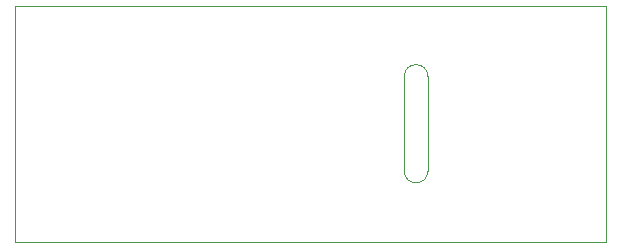
<source format=gm1>
G04 #@! TF.GenerationSoftware,KiCad,Pcbnew,(5.1.6)-1*
G04 #@! TF.CreationDate,2020-09-01T22:28:32+02:00*
G04 #@! TF.ProjectId,UtU,5574552e-6b69-4636-9164-5f7063625858,rev?*
G04 #@! TF.SameCoordinates,Original*
G04 #@! TF.FileFunction,Profile,NP*
%FSLAX46Y46*%
G04 Gerber Fmt 4.6, Leading zero omitted, Abs format (unit mm)*
G04 Created by KiCad (PCBNEW (5.1.6)-1) date 2020-09-01 22:28:32*
%MOMM*%
%LPD*%
G01*
G04 APERTURE LIST*
G04 #@! TA.AperFunction,Profile*
%ADD10C,0.050000*%
G04 #@! TD*
G04 APERTURE END LIST*
D10*
X139950000Y-61000000D02*
X139950000Y-69000000D01*
X137950000Y-69000000D02*
X137950000Y-61000000D01*
X139950000Y-69000000D02*
G75*
G02*
X137950000Y-69000000I-1000000J0D01*
G01*
X137950000Y-61000000D02*
G75*
G02*
X139950000Y-61000000I1000000J0D01*
G01*
X105000000Y-75000000D02*
X105000000Y-55000000D01*
X155000000Y-75000000D02*
X105000000Y-75000000D01*
X155000000Y-55000000D02*
X155000000Y-75000000D01*
X105000000Y-55000000D02*
X155000000Y-55000000D01*
M02*

</source>
